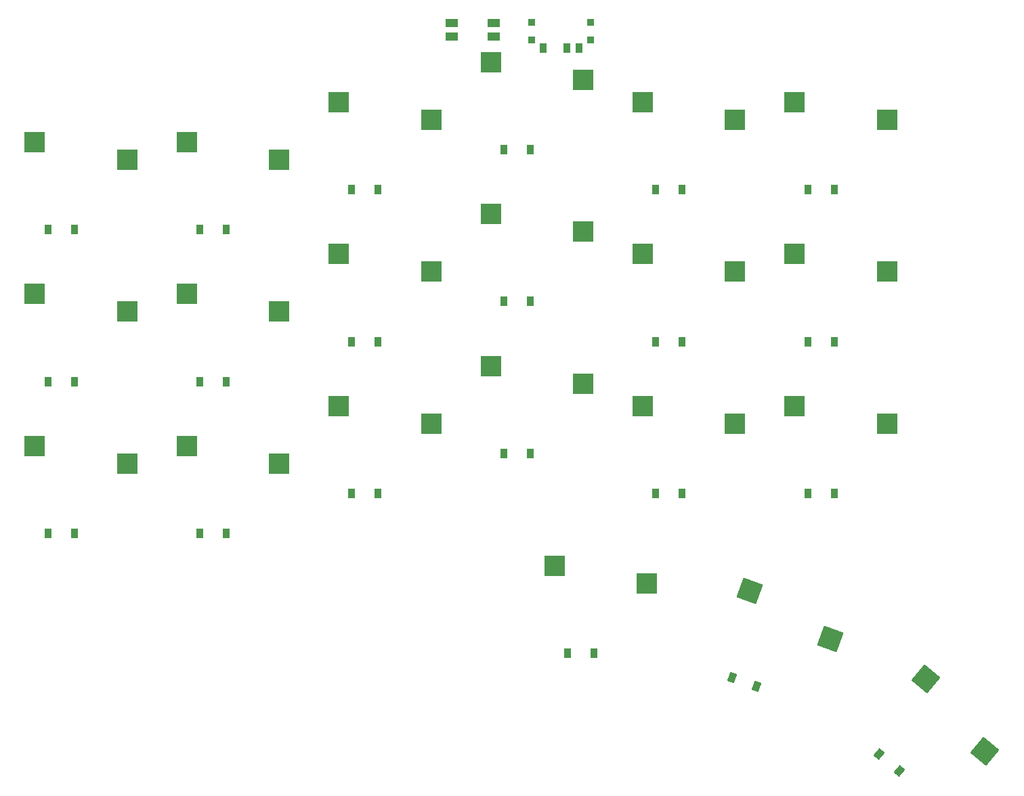
<source format=gbr>
%TF.GenerationSoftware,KiCad,Pcbnew,9.0.3*%
%TF.CreationDate,2025-09-27T17:43:50-06:00*%
%TF.ProjectId,left_connected,6c656674-5f63-46f6-9e6e-65637465642e,v1.0.0*%
%TF.SameCoordinates,Original*%
%TF.FileFunction,Paste,Bot*%
%TF.FilePolarity,Positive*%
%FSLAX46Y46*%
G04 Gerber Fmt 4.6, Leading zero omitted, Abs format (unit mm)*
G04 Created by KiCad (PCBNEW 9.0.3) date 2025-09-27 17:43:50*
%MOMM*%
%LPD*%
G01*
G04 APERTURE LIST*
G04 Aperture macros list*
%AMRotRect*
0 Rectangle, with rotation*
0 The origin of the aperture is its center*
0 $1 length*
0 $2 width*
0 $3 Rotation angle, in degrees counterclockwise*
0 Add horizontal line*
21,1,$1,$2,0,0,$3*%
G04 Aperture macros list end*
%ADD10R,0.900000X0.900000*%
%ADD11R,0.900000X1.250000*%
%ADD12R,2.600000X2.600000*%
%ADD13R,0.900000X1.200000*%
%ADD14RotRect,0.900000X1.200000X340.000000*%
%ADD15RotRect,2.600000X2.600000X340.000000*%
%ADD16R,1.550000X1.000000*%
%ADD17RotRect,0.900000X1.200000X320.000000*%
%ADD18RotRect,2.600000X2.600000X320.000000*%
G04 APERTURE END LIST*
D10*
%TO.C,T1*%
X158800000Y-41100000D03*
X158800000Y-43300000D03*
X166200000Y-41100000D03*
X166200000Y-43300000D03*
D11*
X160250000Y-44275000D03*
X163250000Y-44275000D03*
X164750000Y-44275000D03*
%TD*%
D12*
%TO.C,S11*%
X153725000Y-65050000D03*
X165275000Y-67250000D03*
%TD*%
%TO.C,S8*%
X134725000Y-70050000D03*
X146275000Y-72250000D03*
%TD*%
D13*
%TO.C,D9*%
X136350000Y-62000000D03*
X139650000Y-62000000D03*
%TD*%
D12*
%TO.C,S19*%
X161725000Y-109050000D03*
X173275000Y-111250000D03*
%TD*%
D13*
%TO.C,D6*%
X117350000Y-67000000D03*
X120650000Y-67000000D03*
%TD*%
D12*
%TO.C,S10*%
X153725000Y-84050000D03*
X165275000Y-86250000D03*
%TD*%
%TO.C,S16*%
X191725000Y-89050000D03*
X203275000Y-91250000D03*
%TD*%
D13*
%TO.C,D5*%
X117350000Y-86000000D03*
X120650000Y-86000000D03*
%TD*%
D12*
%TO.C,S2*%
X96725000Y-75050000D03*
X108275000Y-77250000D03*
%TD*%
D13*
%TO.C,D12*%
X155350000Y-57000000D03*
X158650000Y-57000000D03*
%TD*%
%TO.C,D1*%
X98350000Y-105000000D03*
X101650000Y-105000000D03*
%TD*%
D14*
%TO.C,D20*%
X183872494Y-123036791D03*
X186973480Y-124165457D03*
%TD*%
D13*
%TO.C,D16*%
X193350000Y-100000000D03*
X196650000Y-100000000D03*
%TD*%
%TO.C,D10*%
X155350000Y-95000000D03*
X158650000Y-95000000D03*
%TD*%
%TO.C,D18*%
X193350000Y-62000000D03*
X196650000Y-62000000D03*
%TD*%
D12*
%TO.C,S13*%
X172725000Y-89050000D03*
X184275000Y-91250000D03*
%TD*%
D13*
%TO.C,D7*%
X136350000Y-100000000D03*
X139650000Y-100000000D03*
%TD*%
D12*
%TO.C,S15*%
X172725000Y-51050000D03*
X184275000Y-53250000D03*
%TD*%
%TO.C,S12*%
X153725000Y-46050000D03*
X165275000Y-48250000D03*
%TD*%
D13*
%TO.C,D19*%
X163350000Y-120000000D03*
X166650000Y-120000000D03*
%TD*%
%TO.C,D14*%
X174350000Y-81000000D03*
X177650000Y-81000000D03*
%TD*%
%TO.C,D3*%
X98350000Y-67000000D03*
X101650000Y-67000000D03*
%TD*%
D15*
%TO.C,S20*%
X186090614Y-112191374D03*
X196191619Y-118209030D03*
%TD*%
D12*
%TO.C,S1*%
X96725000Y-94050000D03*
X108275000Y-96250000D03*
%TD*%
D13*
%TO.C,D17*%
X193350000Y-81000000D03*
X196650000Y-81000000D03*
%TD*%
%TO.C,D11*%
X155350000Y-76000000D03*
X158650000Y-76000000D03*
%TD*%
D12*
%TO.C,S6*%
X115725000Y-56050000D03*
X127275000Y-58250000D03*
%TD*%
%TO.C,S18*%
X191725000Y-51050000D03*
X203275000Y-53250000D03*
%TD*%
%TO.C,S4*%
X115725000Y-94050000D03*
X127275000Y-96250000D03*
%TD*%
%TO.C,S9*%
X134725000Y-51050000D03*
X146275000Y-53250000D03*
%TD*%
D13*
%TO.C,D13*%
X174350000Y-100000000D03*
X177650000Y-100000000D03*
%TD*%
D12*
%TO.C,S3*%
X96725000Y-56050000D03*
X108275000Y-58250000D03*
%TD*%
D13*
%TO.C,D2*%
X98350000Y-86000000D03*
X101650000Y-86000000D03*
%TD*%
D12*
%TO.C,S5*%
X115725000Y-75050000D03*
X127275000Y-77250000D03*
%TD*%
%TO.C,S14*%
X172725000Y-70050000D03*
X184275000Y-72250000D03*
%TD*%
D13*
%TO.C,D15*%
X174350000Y-62000000D03*
X177650000Y-62000000D03*
%TD*%
D16*
%TO.C,B1*%
X148875000Y-41150000D03*
X154125000Y-41150000D03*
X148875000Y-42850000D03*
X154125000Y-42850000D03*
%TD*%
D17*
%TO.C,D21*%
X202292335Y-132608778D03*
X204820281Y-134729978D03*
%TD*%
D13*
%TO.C,D8*%
X136350000Y-81000000D03*
X139650000Y-81000000D03*
%TD*%
%TO.C,D4*%
X117350000Y-105000000D03*
X120650000Y-105000000D03*
%TD*%
D12*
%TO.C,S7*%
X134725000Y-89050000D03*
X146275000Y-91250000D03*
%TD*%
D18*
%TO.C,S21*%
X208086037Y-123176062D03*
X215519717Y-132285557D03*
%TD*%
D12*
%TO.C,S17*%
X191725000Y-70050000D03*
X203275000Y-72250000D03*
%TD*%
M02*

</source>
